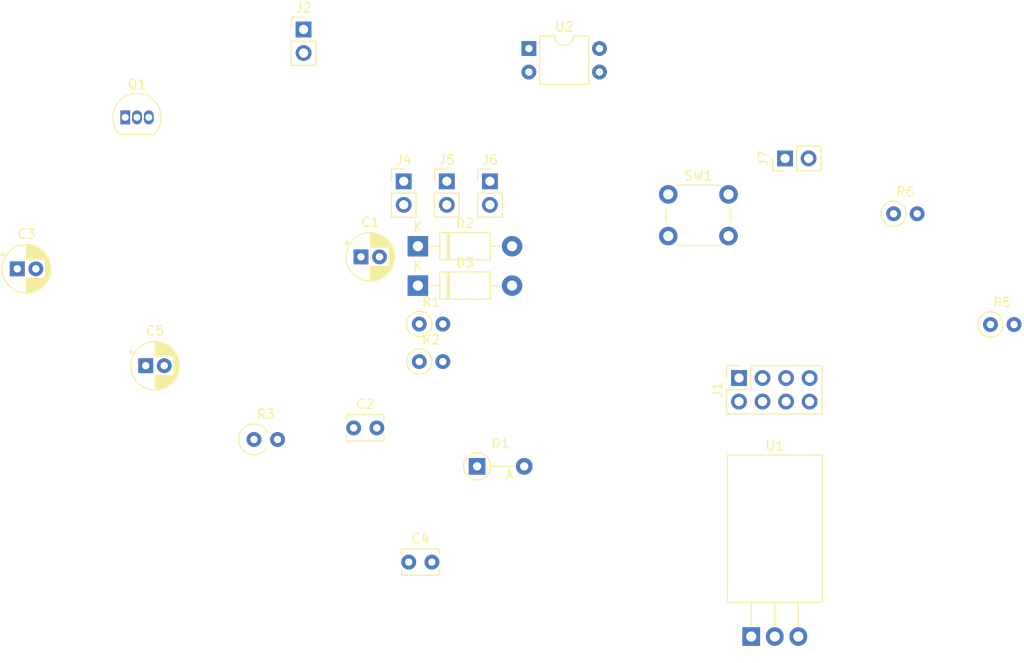
<source format=kicad_pcb>
(kicad_pcb (version 20221018) (generator pcbnew)
  (layers (0 "F.Cu" signal) (31 "B.Cu" signal) (34 "B.Paste" user) (35 "F.Paste" user) (36 "B.SilkS" user "B.Silkscreen") (37 "F.SilkS" user "F.Silkscreen") (38 "B.Mask" user) (39 "F.Mask" user) (44 "Edge.Cuts" user))
  (net 0 "")
  (net 1 "GND")
  (net 2 "Net-(Q1-G)")
  (net 3 "Net-(D3-K)")
  (net 4 "Net-(D1-K)")
  (net 5 "Net-(D1-A)")
  (net 6 "Net-(D2-A)")
  (net 7 "Net-(D3-A)")
  (net 8 "+3.3V")
  (net 9 "Net-(J1-GPIO1)")
  (net 10 "Net-(J1-GPIO2)")
  (net 11 "Net-(J1-GPIO0)")
  (net 12 "Net-(J1-Reset)")
  (net 13 "Net-(J1-GPIO3)")
  (net 14 "Net-(R1-Pad2)")
  (net 15 "Net-(J3-Pin_2)")
  (net 16 "Net-(J3-Pin_3)")
  (footprint "Package_TO_SOT_THT:TO-92_Inline" (layer "F.Cu") (at 88.86 69.73)
    (fp_text reference "Q1" (at 1.27 -3.56) (layer "F.SilkS"))
    (fp_text value "2N7000")
    (pad "1" thru_hole rect (at 0 0) (size 1.05 1.5) (drill 0.75) (layers "*.Cu" "*.Mask") (net 1 "GND"))
    (pad "2" thru_hole oval (at 1.27 0) (size 1.05 1.5) (drill 0.75) (layers "*.Cu" "*.Mask") (net 2 "Net-(Q1-G)"))
    (pad "3" thru_hole oval (at 2.54 0) (size 1.05 1.5) (drill 0.75) (layers "*.Cu" "*.Mask") (net 7 "Net-(D3-A)"))
  )
  (footprint "Resistor_THT:R_Axial_DIN0207_L6.3mm_D2.5mm_P2.54mm_Vertical" (layer "F.Cu") (at 171.75 80.13)
    (fp_text reference "R6" (at 1.27 -2.37) (layer "F.SilkS"))
    (fp_text value "3.3K")
    (pad "1" thru_hole circle (at 0 0) (size 1.6 1.6) (drill 0.8) (layers "*.Cu" "*.Mask") (net 8 "+3.3V"))
    (pad "2" thru_hole oval (at 2.54 0) (size 1.6 1.6) (drill 0.8) (layers "*.Cu" "*.Mask") (net 10 "Net-(J1-GPIO2)"))
  )
  (footprint "Connector_PinHeader_2.54mm:PinHeader_2x04_P2.54mm_Vertical" (layer "F.Cu") (at 165.23 97.85 -90)
    (fp_text reference "J1" (at 1.27 12.49 90) (layer "F.SilkS"))
    (fp_text value "ESP01")
    (pad "1" thru_hole rect (at 0 10.16 270) (size 1.7 1.7) (drill 1) (layers "*.Cu" "*.Mask") (net 1 "GND"))
    (pad "2" thru_hole oval (at 2.54 10.16 270) (size 1.7 1.7) (drill 1) (layers "*.Cu" "*.Mask") (net 9 "Net-(J1-GPIO1)"))
    (pad "3" thru_hole oval (at 0 7.62 270) (size 1.7 1.7) (drill 1) (layers "*.Cu" "*.Mask") (net 10 "Net-(J1-GPIO2)"))
    (pad "4" thru_hole oval (at 2.54 7.62 270) (size 1.7 1.7) (drill 1) (layers "*.Cu" "*.Mask") (net 8 "+3.3V"))
    (pad "5" thru_hole oval (at 0 5.08 270) (size 1.7 1.7) (drill 1) (layers "*.Cu" "*.Mask") (net 11 "Net-(J1-GPIO0)"))
    (pad "6" thru_hole oval (at 2.54 5.08 270) (size 1.7 1.7) (drill 1) (layers "*.Cu" "*.Mask") (net 12 "Net-(J1-Reset)"))
    (pad "7" thru_hole oval (at 0 2.54 270) (size 1.7 1.7) (drill 1) (layers "*.Cu" "*.Mask") (net 13 "Net-(J1-GPIO3)"))
    (pad "8" thru_hole oval (at 2.54 2.54 270) (size 1.7 1.7) (drill 1) (layers "*.Cu" "*.Mask") (net 8 "+3.3V"))
  )
  (footprint "Resistor_THT:R_Axial_DIN0207_L6.3mm_D2.5mm_P2.54mm_Vertical" (layer "F.Cu") (at 120.58 96.08)
    (fp_text reference "R2" (at 1.27 -2.37) (layer "F.SilkS"))
    (fp_text value "1k")
    (pad "1" thru_hole circle (at 0 0) (size 1.6 1.6) (drill 0.8) (layers "*.Cu" "*.Mask") (net 15 "Net-(J3-Pin_2)"))
    (pad "2" thru_hole oval (at 2.54 0) (size 1.6 1.6) (drill 0.8) (layers "*.Cu" "*.Mask") (net 6 "Net-(D2-A)"))
  )
  (footprint "Connector_PinHeader_2.54mm:PinHeader_1x02_P2.54mm_Vertical" (layer "F.Cu") (at 118.9 76.63)
    (fp_text reference "J4" (at 0 -2.33) (layer "F.SilkS"))
    (fp_text value "Lx")
    (pad "1" thru_hole rect (at 0 0) (size 1.7 1.7) (drill 1) (layers "*.Cu" "*.Mask") (net 1 "GND"))
    (pad "2" thru_hole oval (at 0 2.54) (size 1.7 1.7) (drill 1) (layers "*.Cu" "*.Mask") (net 3 "Net-(D3-K)"))
  )
  (footprint "Connector_PinHeader_2.54mm:PinHeader_1x02_P2.54mm_Vertical" (layer "F.Cu") (at 128.2 76.63)
    (fp_text reference "J6" (at 0 -2.33) (layer "F.SilkS"))
    (fp_text value "Lx")
    (pad "1" thru_hole rect (at 0 0) (size 1.7 1.7) (drill 1) (layers "*.Cu" "*.Mask") (net 3 "Net-(D3-K)"))
    (pad "2" thru_hole oval (at 0 2.54) (size 1.7 1.7) (drill 1) (layers "*.Cu" "*.Mask") (net 7 "Net-(D3-A)"))
  )
  (footprint "Diode_THT:D_DO-41_SOD81_P10.16mm_Horizontal" (layer "F.Cu") (at 120.43 87.88)
    (fp_text reference "D3" (at 5.08 -2.47) (layer "F.SilkS"))
    (fp_text value "1N4001")
    (fp_text user "K" (at 0 -2.1) (layer "F.SilkS"))
    (pad "1" thru_hole rect (at 0 0) (size 2.2 2.2) (drill 1.1) (layers "*.Cu" "*.Mask") (net 3 "Net-(D3-K)"))
    (pad "2" thru_hole oval (at 10.16 0) (size 2.2 2.2) (drill 1.1) (layers "*.Cu" "*.Mask") (net 7 "Net-(D3-A)"))
  )
  (footprint "Connector_PinHeader_2.54mm:PinHeader_1x02_P2.54mm_Vertical" (layer "F.Cu") (at 123.55 76.63)
    (fp_text reference "J5" (at 0 -2.33) (layer "F.SilkS"))
    (fp_text value "Lx")
    (pad "1" thru_hole rect (at 0 0) (size 1.7 1.7) (drill 1) (layers "*.Cu" "*.Mask") (net 3 "Net-(D3-K)"))
    (pad "2" thru_hole oval (at 0 2.54) (size 1.7 1.7) (drill 1) (layers "*.Cu" "*.Mask") (net 8 "+3.3V"))
  )
  (footprint "Package_DIP:DIP-4_W7.62mm" (layer "F.Cu") (at 132.4 62.305)
    (fp_text reference "U2" (at 3.81 -2.33) (layer "F.SilkS"))
    (fp_text value "PC817")
    (pad "1" thru_hole rect (at 0 0) (size 1.6 1.6) (drill 0.8) (layers "*.Cu" "*.Mask") (net 14 "Net-(R1-Pad2)"))
    (pad "2" thru_hole oval (at 0 2.54) (size 1.6 1.6) (drill 0.8) (layers "*.Cu" "*.Mask") (net 5 "Net-(D1-A)"))
    (pad "3" thru_hole oval (at 7.62 2.54) (size 1.6 1.6) (drill 0.8) (layers "*.Cu" "*.Mask") (net 1 "GND"))
    (pad "4" thru_hole oval (at 7.62 0) (size 1.6 1.6) (drill 0.8) (layers "*.Cu" "*.Mask") (net 13 "Net-(J1-GPIO3)"))
  )
  (footprint "Capacitor_THT:C_Disc_D3.8mm_W2.6mm_P2.50mm" (layer "F.Cu") (at 119.44 117.71)
    (fp_text reference "C4" (at 1.25 -2.55) (layer "F.SilkS"))
    (fp_text value ".01")
    (pad "1" thru_hole circle (at 0 0) (size 1.6 1.6) (drill 0.8) (layers "*.Cu" "*.Mask") (net 1 "GND"))
    (pad "2" thru_hole circle (at 2.5 0) (size 1.6 1.6) (drill 0.8) (layers "*.Cu" "*.Mask") (net 3 "Net-(D3-K)"))
  )
  (footprint "Package_TO_SOT_THT:TO-220-3_Horizontal_TabDown" (layer "F.Cu") (at 156.39 125.74)
    (fp_text reference "U1" (at 2.54 -20.58) (layer "F.SilkS"))
    (fp_text value "LM1084-3.3")
    (pad "" np_thru_hole oval (at 2.54 -16.66) (size 3.5 3.5) (drill 3.5) (layers "*.Cu" "*.Mask"))
    (pad "1" thru_hole rect (at 0 0) (size 1.905 2) (drill 1.1) (layers "*.Cu" "*.Mask") (net 1 "GND"))
    (pad "2" thru_hole oval (at 2.54 0) (size 1.905 2) (drill 1.1) (layers "*.Cu" "*.Mask") (net 8 "+3.3V"))
    (pad "3" thru_hole oval (at 5.08 0) (size 1.905 2) (drill 1.1) (layers "*.Cu" "*.Mask") (net 3 "Net-(D3-K)"))
  )
  (footprint "Connector_PinHeader_2.54mm:PinHeader_1x02_P2.54mm_Vertical" (layer "F.Cu") (at 108.1 60.25)
    (fp_text reference "J2" (at 0 -2.33) (layer "F.SilkS"))
    (fp_text value "Lx")
    (pad "1" thru_hole rect (at 0 0) (size 1.7 1.7) (drill 1) (layers "*.Cu" "*.Mask") (net 1 "GND"))
    (pad "2" thru_hole oval (at 0 2.54) (size 1.7 1.7) (drill 1) (layers "*.Cu" "*.Mask") (net 13 "Net-(J1-GPIO3)"))
  )
  (footprint "Resistor_THT:R_Axial_DIN0207_L6.3mm_D2.5mm_P2.54mm_Vertical" (layer "F.Cu") (at 182.2 92.08)
    (fp_text reference "R5" (at 1.27 -2.37) (layer "F.SilkS"))
    (fp_text value "3.3K")
    (pad "1" thru_hole circle (at 0 0) (size 1.6 1.6) (drill 0.8) (layers "*.Cu" "*.Mask") (net 8 "+3.3V"))
    (pad "2" thru_hole oval (at 2.54 0) (size 1.6 1.6) (drill 0.8) (layers "*.Cu" "*.Mask") (net 11 "Net-(J1-GPIO0)"))
  )
  (footprint "Connector_PinHeader_2.54mm:PinHeader_1x02_P2.54mm_Vertical" (layer "F.Cu") (at 160.04 74.16 90)
    (fp_text reference "J7" (at 0 -2.33 90) (layer "F.SilkS"))
    (fp_text value "Lx")
    (pad "1" thru_hole rect (at 0 0 90) (size 1.7 1.7) (drill 1) (layers "*.Cu" "*.Mask") (net 10 "Net-(J1-GPIO2)"))
    (pad "2" thru_hole oval (at 0 2.54 90) (size 1.7 1.7) (drill 1) (layers "*.Cu" "*.Mask") (net 11 "Net-(J1-GPIO0)"))
  )
  (footprint "Resistor_THT:R_Axial_DIN0309_L9.0mm_D3.2mm_P2.54mm_Vertical" (layer "F.Cu") (at 102.75 104.48)
    (fp_text reference "R3" (at 1.27 -2.72) (layer "F.SilkS"))
    (fp_text value "68K")
    (pad "1" thru_hole circle (at 0 0) (size 1.6 1.6) (drill 0.8) (layers "*.Cu" "*.Mask") (net 16 "Net-(J3-Pin_3)"))
    (pad "2" thru_hole oval (at 2.54 0) (size 1.6 1.6) (drill 0.8) (layers "*.Cu" "*.Mask") (net 15 "Net-(J3-Pin_2)"))
  )
  (footprint "Capacitor_THT:CP_Radial_D5.0mm_P2.00mm" (layer "F.Cu") (at 91.07 96.52)
    (fp_text reference "C5" (at 1 -3.75) (layer "F.SilkS"))
    (fp_text value "22UF")
    (pad "1" thru_hole rect (at 0 0) (size 1.6 1.6) (drill 0.8) (layers "*.Cu" "*.Mask") (net 4 "Net-(D1-K)"))
    (pad "2" thru_hole circle (at 2 0) (size 1.6 1.6) (drill 0.8) (layers "*.Cu" "*.Mask") (net 5 "Net-(D1-A)"))
  )
  (footprint "Diode_THT:D_A-405_P5.08mm_Vertical_AnodeUp" (layer "F.Cu") (at 126.82 107.38)
    (fp_text reference "D1" (at 2.54 -2.47) (layer "F.SilkS"))
    (fp_text value "D_Zener")
    (fp_text user "A" (at 3.48 0.9) (layer "F.SilkS"))
    (pad "1" thru_hole rect (at 0 0) (size 1.8 1.8) (drill 0.9) (layers "*.Cu" "*.Mask") (net 4 "Net-(D1-K)"))
    (pad "2" thru_hole oval (at 5.08 0) (size 1.8 1.8) (drill 0.9) (layers "*.Cu" "*.Mask") (net 5 "Net-(D1-A)"))
  )
  (footprint "Capacitor_THT:C_Disc_D3.8mm_W2.6mm_P2.50mm" (layer "F.Cu") (at 113.5 103.23)
    (fp_text reference "C2" (at 1.25 -2.55) (layer "F.SilkS"))
    (fp_text value ".01")
    (pad "1" thru_hole circle (at 0 0) (size 1.6 1.6) (drill 0.8) (layers "*.Cu" "*.Mask") (net 1 "GND"))
    (pad "2" thru_hole circle (at 2.5 0) (size 1.6 1.6) (drill 0.8) (layers "*.Cu" "*.Mask") (net 8 "+3.3V"))
  )
  (footprint "Button_Switch_THT:SW_PUSH_6mm_H7.3mm" (layer "F.Cu") (at 147.44 78.04)
    (fp_text reference "SW1" (at 3.25 -2) (layer "F.SilkS"))
    (fp_text value "SW_Push")
    (pad "1" thru_hole circle (at 0 0 90) (size 2 2) (drill 1.1) (layers "*.Cu" "*.Mask") (net 12 "Net-(J1-Reset)"))
    (pad "1" thru_hole circle (at 6.5 0 90) (size 2 2) (drill 1.1) (layers "*.Cu" "*.Mask") (net 12 "Net-(J1-Reset)"))
    (pad "2" thru_hole circle (at 0 4.5 90) (size 2 2) (drill 1.1) (layers "*.Cu" "*.Mask") (net 1 "GND"))
    (pad "2" thru_hole circle (at 6.5 4.5 90) (size 2 2) (drill 1.1) (layers "*.Cu" "*.Mask") (net 1 "GND"))
  )
  (footprint "Capacitor_THT:CP_Radial_D5.0mm_P2.00mm" (layer "F.Cu") (at 77.214888 86.07)
    (fp_text reference "C3" (at 1 -3.75) (layer "F.SilkS"))
    (fp_text value "10UF")
    (pad "1" thru_hole rect (at 0 0) (size 1.6 1.6) (drill 0.8) (layers "*.Cu" "*.Mask") (net 8 "+3.3V"))
    (pad "2" thru_hole circle (at 2 0) (size 1.6 1.6) (drill 0.8) (layers "*.Cu" "*.Mask") (net 1 "GND"))
  )
  (footprint "Diode_THT:D_DO-41_SOD81_P10.16mm_Horizontal" (layer "F.Cu") (at 120.43 83.63)
    (fp_text reference "D2" (at 5.08 -2.47) (layer "F.SilkS"))
    (fp_text value "1N4004")
    (fp_text user "K" (at 0 -2.1) (layer "F.SilkS"))
    (pad "1" thru_hole rect (at 0 0) (size 2.2 2.2) (drill 1.1) (layers "*.Cu" "*.Mask") (net 4 "Net-(D1-K)"))
    (pad "2" thru_hole oval (at 10.16 0) (size 2.2 2.2) (drill 1.1) (layers "*.Cu" "*.Mask") (net 6 "Net-(D2-A)"))
  )
  (footprint "Resistor_THT:R_Axial_DIN0207_L6.3mm_D2.5mm_P2.54mm_Vertical" (layer "F.Cu") (at 120.58 92.03)
    (fp_text reference "R1" (at 1.27 -2.37) (layer "F.SilkS"))
    (fp_text value "2.2k")
    (pad "1" thru_hole circle (at 0 0) (size 1.6 1.6) (drill 0.8) (layers "*.Cu" "*.Mask") (net 4 "Net-(D1-K)"))
    (pad "2" thru_hole oval (at 2.54 0) (size 1.6 1.6) (drill 0.8) (layers "*.Cu" "*.Mask") (net 14 "Net-(R1-Pad2)"))
  )
  (footprint "Capacitor_THT:CP_Radial_D5.0mm_P2.00mm" (layer "F.Cu") (at 114.289775 84.78)
    (fp_text reference "C1" (at 1 -3.75) (layer "F.SilkS"))
    (fp_text value "33UF")
    (pad "1" thru_hole rect (at 0 0) (size 1.6 1.6) (drill 0.8) (layers "*.Cu" "*.Mask") (net 2 "Net-(Q1-G)"))
    (pad "2" thru_hole circle (at 2 0) (size 1.6 1.6) (drill 0.8) (layers "*.Cu" "*.Mask") (net 1 "GND"))
  )
)
</source>
